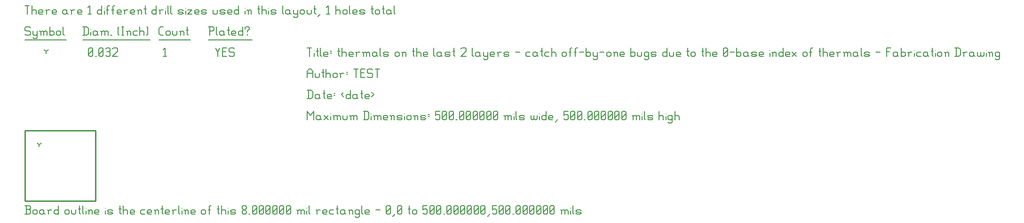
<source format=gbr>
G04 start of page 7 for group -1 layer_idx 16777221 *
G04 Title: thermals on the last 2 layers - catch off-by-one bugs due to the 0-base index of thermals, <virtual group> *
G04 Creator: <version>
G04 CreationDate: <date>
G04 For: TEST *
G04 Format: Gerber/RS-274X *
G04 PCB-Dimensions: 50000 50000 *
G04 PCB-Coordinate-Origin: lower left *
%MOIN*%
%FSLAX25Y25*%
%LNFAB*%
%ADD25C,0.0100*%
%ADD24C,0.0075*%
%ADD23C,0.0060*%
%ADD22C,0.0080*%
G54D22*X10000Y40000D02*Y38400D01*
Y40000D02*X11387Y40800D01*
X10000Y40000D02*X8613Y40800D01*
X15000Y106250D02*Y104650D01*
Y106250D02*X16387Y107050D01*
X15000Y106250D02*X13613Y107050D01*
G54D23*X135000Y108500D02*X136500Y105500D01*
X138000Y108500D01*
X136500Y105500D02*Y102500D01*
X139800Y105800D02*X142050D01*
X139800Y102500D02*X142800D01*
X139800Y108500D02*Y102500D01*
Y108500D02*X142800D01*
X147600D02*X148350Y107750D01*
X145350Y108500D02*X147600D01*
X144600Y107750D02*X145350Y108500D01*
X144600Y107750D02*Y106250D01*
X145350Y105500D01*
X147600D01*
X148350Y104750D01*
Y103250D01*
X147600Y102500D02*X148350Y103250D01*
X145350Y102500D02*X147600D01*
X144600Y103250D02*X145350Y102500D01*
X98000Y107300D02*X99200Y108500D01*
Y102500D01*
X98000D02*X100250D01*
X45000Y103250D02*X45750Y102500D01*
X45000Y107750D02*Y103250D01*
Y107750D02*X45750Y108500D01*
X47250D01*
X48000Y107750D01*
Y103250D01*
X47250Y102500D02*X48000Y103250D01*
X45750Y102500D02*X47250D01*
X45000Y104000D02*X48000Y107000D01*
X49800Y102500D02*X50550D01*
X52350Y103250D02*X53100Y102500D01*
X52350Y107750D02*Y103250D01*
Y107750D02*X53100Y108500D01*
X54600D01*
X55350Y107750D01*
Y103250D01*
X54600Y102500D02*X55350Y103250D01*
X53100Y102500D02*X54600D01*
X52350Y104000D02*X55350Y107000D01*
X57150Y107750D02*X57900Y108500D01*
X59400D01*
X60150Y107750D01*
X59400Y102500D02*X60150Y103250D01*
X57900Y102500D02*X59400D01*
X57150Y103250D02*X57900Y102500D01*
Y105800D02*X59400D01*
X60150Y107750D02*Y106550D01*
Y105050D02*Y103250D01*
Y105050D02*X59400Y105800D01*
X60150Y106550D02*X59400Y105800D01*
X61950Y107750D02*X62700Y108500D01*
X64950D01*
X65700Y107750D01*
Y106250D01*
X61950Y102500D02*X65700Y106250D01*
X61950Y102500D02*X65700D01*
X3000Y123500D02*X3750Y122750D01*
X750Y123500D02*X3000D01*
X0Y122750D02*X750Y123500D01*
X0Y122750D02*Y121250D01*
X750Y120500D01*
X3000D01*
X3750Y119750D01*
Y118250D01*
X3000Y117500D02*X3750Y118250D01*
X750Y117500D02*X3000D01*
X0Y118250D02*X750Y117500D01*
X5550Y120500D02*Y118250D01*
X6300Y117500D01*
X8550Y120500D02*Y116000D01*
X7800Y115250D02*X8550Y116000D01*
X6300Y115250D02*X7800D01*
X5550Y116000D02*X6300Y115250D01*
Y117500D02*X7800D01*
X8550Y118250D01*
X11100Y119750D02*Y117500D01*
Y119750D02*X11850Y120500D01*
X12600D01*
X13350Y119750D01*
Y117500D01*
Y119750D02*X14100Y120500D01*
X14850D01*
X15600Y119750D01*
Y117500D01*
X10350Y120500D02*X11100Y119750D01*
X17400Y123500D02*Y117500D01*
Y118250D02*X18150Y117500D01*
X19650D01*
X20400Y118250D01*
Y119750D02*Y118250D01*
X19650Y120500D02*X20400Y119750D01*
X18150Y120500D02*X19650D01*
X17400Y119750D02*X18150Y120500D01*
X22200Y119750D02*Y118250D01*
Y119750D02*X22950Y120500D01*
X24450D01*
X25200Y119750D01*
Y118250D01*
X24450Y117500D02*X25200Y118250D01*
X22950Y117500D02*X24450D01*
X22200Y118250D02*X22950Y117500D01*
X27000Y123500D02*Y118250D01*
X27750Y117500D01*
X0Y114250D02*X29250D01*
X41750Y123500D02*Y117500D01*
X43700Y123500D02*X44750Y122450D01*
Y118550D01*
X43700Y117500D02*X44750Y118550D01*
X41000Y117500D02*X43700D01*
X41000Y123500D02*X43700D01*
G54D24*X46550Y122000D02*Y121850D01*
G54D23*Y119750D02*Y117500D01*
X50300Y120500D02*X51050Y119750D01*
X48800Y120500D02*X50300D01*
X48050Y119750D02*X48800Y120500D01*
X48050Y119750D02*Y118250D01*
X48800Y117500D01*
X51050Y120500D02*Y118250D01*
X51800Y117500D01*
X48800D02*X50300D01*
X51050Y118250D01*
X54350Y119750D02*Y117500D01*
Y119750D02*X55100Y120500D01*
X55850D01*
X56600Y119750D01*
Y117500D01*
Y119750D02*X57350Y120500D01*
X58100D01*
X58850Y119750D01*
Y117500D01*
X53600Y120500D02*X54350Y119750D01*
X60650Y117500D02*X61400D01*
X65900Y118250D02*X66650Y117500D01*
X65900Y122750D02*X66650Y123500D01*
X65900Y122750D02*Y118250D01*
X68450Y123500D02*X69950D01*
X69200D02*Y117500D01*
X68450D02*X69950D01*
X72500Y119750D02*Y117500D01*
Y119750D02*X73250Y120500D01*
X74000D01*
X74750Y119750D01*
Y117500D01*
X71750Y120500D02*X72500Y119750D01*
X77300Y120500D02*X79550D01*
X76550Y119750D02*X77300Y120500D01*
X76550Y119750D02*Y118250D01*
X77300Y117500D01*
X79550D01*
X81350Y123500D02*Y117500D01*
Y119750D02*X82100Y120500D01*
X83600D01*
X84350Y119750D01*
Y117500D01*
X86150Y123500D02*X86900Y122750D01*
Y118250D01*
X86150Y117500D02*X86900Y118250D01*
X41000Y114250D02*X88700D01*
X96050Y117500D02*X98000D01*
X95000Y118550D02*X96050Y117500D01*
X95000Y122450D02*Y118550D01*
Y122450D02*X96050Y123500D01*
X98000D01*
X99800Y119750D02*Y118250D01*
Y119750D02*X100550Y120500D01*
X102050D01*
X102800Y119750D01*
Y118250D01*
X102050Y117500D02*X102800Y118250D01*
X100550Y117500D02*X102050D01*
X99800Y118250D02*X100550Y117500D01*
X104600Y120500D02*Y118250D01*
X105350Y117500D01*
X106850D01*
X107600Y118250D01*
Y120500D02*Y118250D01*
X110150Y119750D02*Y117500D01*
Y119750D02*X110900Y120500D01*
X111650D01*
X112400Y119750D01*
Y117500D01*
X109400Y120500D02*X110150Y119750D01*
X114950Y123500D02*Y118250D01*
X115700Y117500D01*
X114200Y121250D02*X115700D01*
X95000Y114250D02*X117200D01*
X130750Y123500D02*Y117500D01*
X130000Y123500D02*X133000D01*
X133750Y122750D01*
Y121250D01*
X133000Y120500D02*X133750Y121250D01*
X130750Y120500D02*X133000D01*
X135550Y123500D02*Y118250D01*
X136300Y117500D01*
X140050Y120500D02*X140800Y119750D01*
X138550Y120500D02*X140050D01*
X137800Y119750D02*X138550Y120500D01*
X137800Y119750D02*Y118250D01*
X138550Y117500D01*
X140800Y120500D02*Y118250D01*
X141550Y117500D01*
X138550D02*X140050D01*
X140800Y118250D01*
X144100Y123500D02*Y118250D01*
X144850Y117500D01*
X143350Y121250D02*X144850D01*
X147100Y117500D02*X149350D01*
X146350Y118250D02*X147100Y117500D01*
X146350Y119750D02*Y118250D01*
Y119750D02*X147100Y120500D01*
X148600D01*
X149350Y119750D01*
X146350Y119000D02*X149350D01*
Y119750D02*Y119000D01*
X154150Y123500D02*Y117500D01*
X153400D02*X154150Y118250D01*
X151900Y117500D02*X153400D01*
X151150Y118250D02*X151900Y117500D01*
X151150Y119750D02*Y118250D01*
Y119750D02*X151900Y120500D01*
X153400D01*
X154150Y119750D01*
X157450Y120500D02*Y119750D01*
Y118250D02*Y117500D01*
X155950Y122750D02*Y122000D01*
Y122750D02*X156700Y123500D01*
X158200D01*
X158950Y122750D01*
Y122000D01*
X157450Y120500D02*X158950Y122000D01*
X130000Y114250D02*X160750D01*
X0Y138500D02*X3000D01*
X1500D02*Y132500D01*
X4800Y138500D02*Y132500D01*
Y134750D02*X5550Y135500D01*
X7050D01*
X7800Y134750D01*
Y132500D01*
X10350D02*X12600D01*
X9600Y133250D02*X10350Y132500D01*
X9600Y134750D02*Y133250D01*
Y134750D02*X10350Y135500D01*
X11850D01*
X12600Y134750D01*
X9600Y134000D02*X12600D01*
Y134750D02*Y134000D01*
X15150Y134750D02*Y132500D01*
Y134750D02*X15900Y135500D01*
X17400D01*
X14400D02*X15150Y134750D01*
X19950Y132500D02*X22200D01*
X19200Y133250D02*X19950Y132500D01*
X19200Y134750D02*Y133250D01*
Y134750D02*X19950Y135500D01*
X21450D01*
X22200Y134750D01*
X19200Y134000D02*X22200D01*
Y134750D02*Y134000D01*
X28950Y135500D02*X29700Y134750D01*
X27450Y135500D02*X28950D01*
X26700Y134750D02*X27450Y135500D01*
X26700Y134750D02*Y133250D01*
X27450Y132500D01*
X29700Y135500D02*Y133250D01*
X30450Y132500D01*
X27450D02*X28950D01*
X29700Y133250D01*
X33000Y134750D02*Y132500D01*
Y134750D02*X33750Y135500D01*
X35250D01*
X32250D02*X33000Y134750D01*
X37800Y132500D02*X40050D01*
X37050Y133250D02*X37800Y132500D01*
X37050Y134750D02*Y133250D01*
Y134750D02*X37800Y135500D01*
X39300D01*
X40050Y134750D01*
X37050Y134000D02*X40050D01*
Y134750D02*Y134000D01*
X44550Y137300D02*X45750Y138500D01*
Y132500D01*
X44550D02*X46800D01*
X54300Y138500D02*Y132500D01*
X53550D02*X54300Y133250D01*
X52050Y132500D02*X53550D01*
X51300Y133250D02*X52050Y132500D01*
X51300Y134750D02*Y133250D01*
Y134750D02*X52050Y135500D01*
X53550D01*
X54300Y134750D01*
G54D24*X56100Y137000D02*Y136850D01*
G54D23*Y134750D02*Y132500D01*
X58350Y137750D02*Y132500D01*
Y137750D02*X59100Y138500D01*
X59850D01*
X57600Y135500D02*X59100D01*
X62100Y137750D02*Y132500D01*
Y137750D02*X62850Y138500D01*
X63600D01*
X61350Y135500D02*X62850D01*
X65850Y132500D02*X68100D01*
X65100Y133250D02*X65850Y132500D01*
X65100Y134750D02*Y133250D01*
Y134750D02*X65850Y135500D01*
X67350D01*
X68100Y134750D01*
X65100Y134000D02*X68100D01*
Y134750D02*Y134000D01*
X70650Y134750D02*Y132500D01*
Y134750D02*X71400Y135500D01*
X72900D01*
X69900D02*X70650Y134750D01*
X75450Y132500D02*X77700D01*
X74700Y133250D02*X75450Y132500D01*
X74700Y134750D02*Y133250D01*
Y134750D02*X75450Y135500D01*
X76950D01*
X77700Y134750D01*
X74700Y134000D02*X77700D01*
Y134750D02*Y134000D01*
X80250Y134750D02*Y132500D01*
Y134750D02*X81000Y135500D01*
X81750D01*
X82500Y134750D01*
Y132500D01*
X79500Y135500D02*X80250Y134750D01*
X85050Y138500D02*Y133250D01*
X85800Y132500D01*
X84300Y136250D02*X85800D01*
X93000Y138500D02*Y132500D01*
X92250D02*X93000Y133250D01*
X90750Y132500D02*X92250D01*
X90000Y133250D02*X90750Y132500D01*
X90000Y134750D02*Y133250D01*
Y134750D02*X90750Y135500D01*
X92250D01*
X93000Y134750D01*
X95550D02*Y132500D01*
Y134750D02*X96300Y135500D01*
X97800D01*
X94800D02*X95550Y134750D01*
G54D24*X99600Y137000D02*Y136850D01*
G54D23*Y134750D02*Y132500D01*
X101100Y138500D02*Y133250D01*
X101850Y132500D01*
X103350Y138500D02*Y133250D01*
X104100Y132500D01*
X109050D02*X111300D01*
X112050Y133250D01*
X111300Y134000D02*X112050Y133250D01*
X109050Y134000D02*X111300D01*
X108300Y134750D02*X109050Y134000D01*
X108300Y134750D02*X109050Y135500D01*
X111300D01*
X112050Y134750D01*
X108300Y133250D02*X109050Y132500D01*
G54D24*X113850Y137000D02*Y136850D01*
G54D23*Y134750D02*Y132500D01*
X115350Y135500D02*X118350D01*
X115350Y132500D02*X118350Y135500D01*
X115350Y132500D02*X118350D01*
X120900D02*X123150D01*
X120150Y133250D02*X120900Y132500D01*
X120150Y134750D02*Y133250D01*
Y134750D02*X120900Y135500D01*
X122400D01*
X123150Y134750D01*
X120150Y134000D02*X123150D01*
Y134750D02*Y134000D01*
X125700Y132500D02*X127950D01*
X128700Y133250D01*
X127950Y134000D02*X128700Y133250D01*
X125700Y134000D02*X127950D01*
X124950Y134750D02*X125700Y134000D01*
X124950Y134750D02*X125700Y135500D01*
X127950D01*
X128700Y134750D01*
X124950Y133250D02*X125700Y132500D01*
X133200Y135500D02*Y133250D01*
X133950Y132500D01*
X135450D01*
X136200Y133250D01*
Y135500D02*Y133250D01*
X138750Y132500D02*X141000D01*
X141750Y133250D01*
X141000Y134000D02*X141750Y133250D01*
X138750Y134000D02*X141000D01*
X138000Y134750D02*X138750Y134000D01*
X138000Y134750D02*X138750Y135500D01*
X141000D01*
X141750Y134750D01*
X138000Y133250D02*X138750Y132500D01*
X144300D02*X146550D01*
X143550Y133250D02*X144300Y132500D01*
X143550Y134750D02*Y133250D01*
Y134750D02*X144300Y135500D01*
X145800D01*
X146550Y134750D01*
X143550Y134000D02*X146550D01*
Y134750D02*Y134000D01*
X151350Y138500D02*Y132500D01*
X150600D02*X151350Y133250D01*
X149100Y132500D02*X150600D01*
X148350Y133250D02*X149100Y132500D01*
X148350Y134750D02*Y133250D01*
Y134750D02*X149100Y135500D01*
X150600D01*
X151350Y134750D01*
G54D24*X155850Y137000D02*Y136850D01*
G54D23*Y134750D02*Y132500D01*
X158100Y134750D02*Y132500D01*
Y134750D02*X158850Y135500D01*
X159600D01*
X160350Y134750D01*
Y132500D01*
X157350Y135500D02*X158100Y134750D01*
X165600Y138500D02*Y133250D01*
X166350Y132500D01*
X164850Y136250D02*X166350D01*
X167850Y138500D02*Y132500D01*
Y134750D02*X168600Y135500D01*
X170100D01*
X170850Y134750D01*
Y132500D01*
G54D24*X172650Y137000D02*Y136850D01*
G54D23*Y134750D02*Y132500D01*
X174900D02*X177150D01*
X177900Y133250D01*
X177150Y134000D02*X177900Y133250D01*
X174900Y134000D02*X177150D01*
X174150Y134750D02*X174900Y134000D01*
X174150Y134750D02*X174900Y135500D01*
X177150D01*
X177900Y134750D01*
X174150Y133250D02*X174900Y132500D01*
X182400Y138500D02*Y133250D01*
X183150Y132500D01*
X186900Y135500D02*X187650Y134750D01*
X185400Y135500D02*X186900D01*
X184650Y134750D02*X185400Y135500D01*
X184650Y134750D02*Y133250D01*
X185400Y132500D01*
X187650Y135500D02*Y133250D01*
X188400Y132500D01*
X185400D02*X186900D01*
X187650Y133250D01*
X190200Y135500D02*Y133250D01*
X190950Y132500D01*
X193200Y135500D02*Y131000D01*
X192450Y130250D02*X193200Y131000D01*
X190950Y130250D02*X192450D01*
X190200Y131000D02*X190950Y130250D01*
Y132500D02*X192450D01*
X193200Y133250D01*
X195000Y134750D02*Y133250D01*
Y134750D02*X195750Y135500D01*
X197250D01*
X198000Y134750D01*
Y133250D01*
X197250Y132500D02*X198000Y133250D01*
X195750Y132500D02*X197250D01*
X195000Y133250D02*X195750Y132500D01*
X199800Y135500D02*Y133250D01*
X200550Y132500D01*
X202050D01*
X202800Y133250D01*
Y135500D02*Y133250D01*
X205350Y138500D02*Y133250D01*
X206100Y132500D01*
X204600Y136250D02*X206100D01*
X207600Y131000D02*X209100Y132500D01*
X213600Y137300D02*X214800Y138500D01*
Y132500D01*
X213600D02*X215850D01*
X220350Y138500D02*Y132500D01*
Y134750D02*X221100Y135500D01*
X222600D01*
X223350Y134750D01*
Y132500D01*
X225150Y134750D02*Y133250D01*
Y134750D02*X225900Y135500D01*
X227400D01*
X228150Y134750D01*
Y133250D01*
X227400Y132500D02*X228150Y133250D01*
X225900Y132500D02*X227400D01*
X225150Y133250D02*X225900Y132500D01*
X229950Y138500D02*Y133250D01*
X230700Y132500D01*
X232950D02*X235200D01*
X232200Y133250D02*X232950Y132500D01*
X232200Y134750D02*Y133250D01*
Y134750D02*X232950Y135500D01*
X234450D01*
X235200Y134750D01*
X232200Y134000D02*X235200D01*
Y134750D02*Y134000D01*
X237750Y132500D02*X240000D01*
X240750Y133250D01*
X240000Y134000D02*X240750Y133250D01*
X237750Y134000D02*X240000D01*
X237000Y134750D02*X237750Y134000D01*
X237000Y134750D02*X237750Y135500D01*
X240000D01*
X240750Y134750D01*
X237000Y133250D02*X237750Y132500D01*
X246000Y138500D02*Y133250D01*
X246750Y132500D01*
X245250Y136250D02*X246750D01*
X248250Y134750D02*Y133250D01*
Y134750D02*X249000Y135500D01*
X250500D01*
X251250Y134750D01*
Y133250D01*
X250500Y132500D02*X251250Y133250D01*
X249000Y132500D02*X250500D01*
X248250Y133250D02*X249000Y132500D01*
X253800Y138500D02*Y133250D01*
X254550Y132500D01*
X253050Y136250D02*X254550D01*
X258300Y135500D02*X259050Y134750D01*
X256800Y135500D02*X258300D01*
X256050Y134750D02*X256800Y135500D01*
X256050Y134750D02*Y133250D01*
X256800Y132500D01*
X259050Y135500D02*Y133250D01*
X259800Y132500D01*
X256800D02*X258300D01*
X259050Y133250D01*
X261600Y138500D02*Y133250D01*
X262350Y132500D01*
G54D25*X0Y50000D02*X50000D01*
X0D02*Y0D01*
X50000Y50000D02*Y0D01*
X0D02*X50000D01*
G54D23*X200000Y63500D02*Y57500D01*
Y63500D02*X202250Y60500D01*
X204500Y63500D01*
Y57500D01*
X208550Y60500D02*X209300Y59750D01*
X207050Y60500D02*X208550D01*
X206300Y59750D02*X207050Y60500D01*
X206300Y59750D02*Y58250D01*
X207050Y57500D01*
X209300Y60500D02*Y58250D01*
X210050Y57500D01*
X207050D02*X208550D01*
X209300Y58250D01*
X211850Y60500D02*X214850Y57500D01*
X211850D02*X214850Y60500D01*
G54D24*X216650Y62000D02*Y61850D01*
G54D23*Y59750D02*Y57500D01*
X218900Y59750D02*Y57500D01*
Y59750D02*X219650Y60500D01*
X220400D01*
X221150Y59750D01*
Y57500D01*
Y59750D02*X221900Y60500D01*
X222650D01*
X223400Y59750D01*
Y57500D01*
X218150Y60500D02*X218900Y59750D01*
X225200Y60500D02*Y58250D01*
X225950Y57500D01*
X227450D01*
X228200Y58250D01*
Y60500D02*Y58250D01*
X230750Y59750D02*Y57500D01*
Y59750D02*X231500Y60500D01*
X232250D01*
X233000Y59750D01*
Y57500D01*
Y59750D02*X233750Y60500D01*
X234500D01*
X235250Y59750D01*
Y57500D01*
X230000Y60500D02*X230750Y59750D01*
X240500Y63500D02*Y57500D01*
X242450Y63500D02*X243500Y62450D01*
Y58550D01*
X242450Y57500D02*X243500Y58550D01*
X239750Y57500D02*X242450D01*
X239750Y63500D02*X242450D01*
G54D24*X245300Y62000D02*Y61850D01*
G54D23*Y59750D02*Y57500D01*
X247550Y59750D02*Y57500D01*
Y59750D02*X248300Y60500D01*
X249050D01*
X249800Y59750D01*
Y57500D01*
Y59750D02*X250550Y60500D01*
X251300D01*
X252050Y59750D01*
Y57500D01*
X246800Y60500D02*X247550Y59750D01*
X254600Y57500D02*X256850D01*
X253850Y58250D02*X254600Y57500D01*
X253850Y59750D02*Y58250D01*
Y59750D02*X254600Y60500D01*
X256100D01*
X256850Y59750D01*
X253850Y59000D02*X256850D01*
Y59750D02*Y59000D01*
X259400Y59750D02*Y57500D01*
Y59750D02*X260150Y60500D01*
X260900D01*
X261650Y59750D01*
Y57500D01*
X258650Y60500D02*X259400Y59750D01*
X264200Y57500D02*X266450D01*
X267200Y58250D01*
X266450Y59000D02*X267200Y58250D01*
X264200Y59000D02*X266450D01*
X263450Y59750D02*X264200Y59000D01*
X263450Y59750D02*X264200Y60500D01*
X266450D01*
X267200Y59750D01*
X263450Y58250D02*X264200Y57500D01*
G54D24*X269000Y62000D02*Y61850D01*
G54D23*Y59750D02*Y57500D01*
X270500Y59750D02*Y58250D01*
Y59750D02*X271250Y60500D01*
X272750D01*
X273500Y59750D01*
Y58250D01*
X272750Y57500D02*X273500Y58250D01*
X271250Y57500D02*X272750D01*
X270500Y58250D02*X271250Y57500D01*
X276050Y59750D02*Y57500D01*
Y59750D02*X276800Y60500D01*
X277550D01*
X278300Y59750D01*
Y57500D01*
X275300Y60500D02*X276050Y59750D01*
X280850Y57500D02*X283100D01*
X283850Y58250D01*
X283100Y59000D02*X283850Y58250D01*
X280850Y59000D02*X283100D01*
X280100Y59750D02*X280850Y59000D01*
X280100Y59750D02*X280850Y60500D01*
X283100D01*
X283850Y59750D01*
X280100Y58250D02*X280850Y57500D01*
X285650Y61250D02*X286400D01*
X285650Y59750D02*X286400D01*
X290900Y63500D02*X293900D01*
X290900D02*Y60500D01*
X291650Y61250D01*
X293150D01*
X293900Y60500D01*
Y58250D01*
X293150Y57500D02*X293900Y58250D01*
X291650Y57500D02*X293150D01*
X290900Y58250D02*X291650Y57500D01*
X295700Y58250D02*X296450Y57500D01*
X295700Y62750D02*Y58250D01*
Y62750D02*X296450Y63500D01*
X297950D01*
X298700Y62750D01*
Y58250D01*
X297950Y57500D02*X298700Y58250D01*
X296450Y57500D02*X297950D01*
X295700Y59000D02*X298700Y62000D01*
X300500Y58250D02*X301250Y57500D01*
X300500Y62750D02*Y58250D01*
Y62750D02*X301250Y63500D01*
X302750D01*
X303500Y62750D01*
Y58250D01*
X302750Y57500D02*X303500Y58250D01*
X301250Y57500D02*X302750D01*
X300500Y59000D02*X303500Y62000D01*
X305300Y57500D02*X306050D01*
X307850Y58250D02*X308600Y57500D01*
X307850Y62750D02*Y58250D01*
Y62750D02*X308600Y63500D01*
X310100D01*
X310850Y62750D01*
Y58250D01*
X310100Y57500D02*X310850Y58250D01*
X308600Y57500D02*X310100D01*
X307850Y59000D02*X310850Y62000D01*
X312650Y58250D02*X313400Y57500D01*
X312650Y62750D02*Y58250D01*
Y62750D02*X313400Y63500D01*
X314900D01*
X315650Y62750D01*
Y58250D01*
X314900Y57500D02*X315650Y58250D01*
X313400Y57500D02*X314900D01*
X312650Y59000D02*X315650Y62000D01*
X317450Y58250D02*X318200Y57500D01*
X317450Y62750D02*Y58250D01*
Y62750D02*X318200Y63500D01*
X319700D01*
X320450Y62750D01*
Y58250D01*
X319700Y57500D02*X320450Y58250D01*
X318200Y57500D02*X319700D01*
X317450Y59000D02*X320450Y62000D01*
X322250Y58250D02*X323000Y57500D01*
X322250Y62750D02*Y58250D01*
Y62750D02*X323000Y63500D01*
X324500D01*
X325250Y62750D01*
Y58250D01*
X324500Y57500D02*X325250Y58250D01*
X323000Y57500D02*X324500D01*
X322250Y59000D02*X325250Y62000D01*
X327050Y58250D02*X327800Y57500D01*
X327050Y62750D02*Y58250D01*
Y62750D02*X327800Y63500D01*
X329300D01*
X330050Y62750D01*
Y58250D01*
X329300Y57500D02*X330050Y58250D01*
X327800Y57500D02*X329300D01*
X327050Y59000D02*X330050Y62000D01*
X331850Y58250D02*X332600Y57500D01*
X331850Y62750D02*Y58250D01*
Y62750D02*X332600Y63500D01*
X334100D01*
X334850Y62750D01*
Y58250D01*
X334100Y57500D02*X334850Y58250D01*
X332600Y57500D02*X334100D01*
X331850Y59000D02*X334850Y62000D01*
X340100Y59750D02*Y57500D01*
Y59750D02*X340850Y60500D01*
X341600D01*
X342350Y59750D01*
Y57500D01*
Y59750D02*X343100Y60500D01*
X343850D01*
X344600Y59750D01*
Y57500D01*
X339350Y60500D02*X340100Y59750D01*
G54D24*X346400Y62000D02*Y61850D01*
G54D23*Y59750D02*Y57500D01*
X347900Y63500D02*Y58250D01*
X348650Y57500D01*
X350900D02*X353150D01*
X353900Y58250D01*
X353150Y59000D02*X353900Y58250D01*
X350900Y59000D02*X353150D01*
X350150Y59750D02*X350900Y59000D01*
X350150Y59750D02*X350900Y60500D01*
X353150D01*
X353900Y59750D01*
X350150Y58250D02*X350900Y57500D01*
X358400Y60500D02*Y58250D01*
X359150Y57500D01*
X359900D01*
X360650Y58250D01*
Y60500D02*Y58250D01*
X361400Y57500D01*
X362150D01*
X362900Y58250D01*
Y60500D02*Y58250D01*
G54D24*X364700Y62000D02*Y61850D01*
G54D23*Y59750D02*Y57500D01*
X369200Y63500D02*Y57500D01*
X368450D02*X369200Y58250D01*
X366950Y57500D02*X368450D01*
X366200Y58250D02*X366950Y57500D01*
X366200Y59750D02*Y58250D01*
Y59750D02*X366950Y60500D01*
X368450D01*
X369200Y59750D01*
X371750Y57500D02*X374000D01*
X371000Y58250D02*X371750Y57500D01*
X371000Y59750D02*Y58250D01*
Y59750D02*X371750Y60500D01*
X373250D01*
X374000Y59750D01*
X371000Y59000D02*X374000D01*
Y59750D02*Y59000D01*
X375800Y56000D02*X377300Y57500D01*
X381800Y63500D02*X384800D01*
X381800D02*Y60500D01*
X382550Y61250D01*
X384050D01*
X384800Y60500D01*
Y58250D01*
X384050Y57500D02*X384800Y58250D01*
X382550Y57500D02*X384050D01*
X381800Y58250D02*X382550Y57500D01*
X386600Y58250D02*X387350Y57500D01*
X386600Y62750D02*Y58250D01*
Y62750D02*X387350Y63500D01*
X388850D01*
X389600Y62750D01*
Y58250D01*
X388850Y57500D02*X389600Y58250D01*
X387350Y57500D02*X388850D01*
X386600Y59000D02*X389600Y62000D01*
X391400Y58250D02*X392150Y57500D01*
X391400Y62750D02*Y58250D01*
Y62750D02*X392150Y63500D01*
X393650D01*
X394400Y62750D01*
Y58250D01*
X393650Y57500D02*X394400Y58250D01*
X392150Y57500D02*X393650D01*
X391400Y59000D02*X394400Y62000D01*
X396200Y57500D02*X396950D01*
X398750Y58250D02*X399500Y57500D01*
X398750Y62750D02*Y58250D01*
Y62750D02*X399500Y63500D01*
X401000D01*
X401750Y62750D01*
Y58250D01*
X401000Y57500D02*X401750Y58250D01*
X399500Y57500D02*X401000D01*
X398750Y59000D02*X401750Y62000D01*
X403550Y58250D02*X404300Y57500D01*
X403550Y62750D02*Y58250D01*
Y62750D02*X404300Y63500D01*
X405800D01*
X406550Y62750D01*
Y58250D01*
X405800Y57500D02*X406550Y58250D01*
X404300Y57500D02*X405800D01*
X403550Y59000D02*X406550Y62000D01*
X408350Y58250D02*X409100Y57500D01*
X408350Y62750D02*Y58250D01*
Y62750D02*X409100Y63500D01*
X410600D01*
X411350Y62750D01*
Y58250D01*
X410600Y57500D02*X411350Y58250D01*
X409100Y57500D02*X410600D01*
X408350Y59000D02*X411350Y62000D01*
X413150Y58250D02*X413900Y57500D01*
X413150Y62750D02*Y58250D01*
Y62750D02*X413900Y63500D01*
X415400D01*
X416150Y62750D01*
Y58250D01*
X415400Y57500D02*X416150Y58250D01*
X413900Y57500D02*X415400D01*
X413150Y59000D02*X416150Y62000D01*
X417950Y58250D02*X418700Y57500D01*
X417950Y62750D02*Y58250D01*
Y62750D02*X418700Y63500D01*
X420200D01*
X420950Y62750D01*
Y58250D01*
X420200Y57500D02*X420950Y58250D01*
X418700Y57500D02*X420200D01*
X417950Y59000D02*X420950Y62000D01*
X422750Y58250D02*X423500Y57500D01*
X422750Y62750D02*Y58250D01*
Y62750D02*X423500Y63500D01*
X425000D01*
X425750Y62750D01*
Y58250D01*
X425000Y57500D02*X425750Y58250D01*
X423500Y57500D02*X425000D01*
X422750Y59000D02*X425750Y62000D01*
X431000Y59750D02*Y57500D01*
Y59750D02*X431750Y60500D01*
X432500D01*
X433250Y59750D01*
Y57500D01*
Y59750D02*X434000Y60500D01*
X434750D01*
X435500Y59750D01*
Y57500D01*
X430250Y60500D02*X431000Y59750D01*
G54D24*X437300Y62000D02*Y61850D01*
G54D23*Y59750D02*Y57500D01*
X438800Y63500D02*Y58250D01*
X439550Y57500D01*
X441800D02*X444050D01*
X444800Y58250D01*
X444050Y59000D02*X444800Y58250D01*
X441800Y59000D02*X444050D01*
X441050Y59750D02*X441800Y59000D01*
X441050Y59750D02*X441800Y60500D01*
X444050D01*
X444800Y59750D01*
X441050Y58250D02*X441800Y57500D01*
X449300Y63500D02*Y57500D01*
Y59750D02*X450050Y60500D01*
X451550D01*
X452300Y59750D01*
Y57500D01*
G54D24*X454100Y62000D02*Y61850D01*
G54D23*Y59750D02*Y57500D01*
X457850Y60500D02*X458600Y59750D01*
X456350Y60500D02*X457850D01*
X455600Y59750D02*X456350Y60500D01*
X455600Y59750D02*Y58250D01*
X456350Y57500D01*
X457850D01*
X458600Y58250D01*
X455600Y56000D02*X456350Y55250D01*
X457850D01*
X458600Y56000D01*
Y60500D02*Y56000D01*
X460400Y63500D02*Y57500D01*
Y59750D02*X461150Y60500D01*
X462650D01*
X463400Y59750D01*
Y57500D01*
X0Y-9500D02*X3000D01*
X3750Y-8750D01*
Y-6950D02*Y-8750D01*
X3000Y-6200D02*X3750Y-6950D01*
X750Y-6200D02*X3000D01*
X750Y-3500D02*Y-9500D01*
X0Y-3500D02*X3000D01*
X3750Y-4250D01*
Y-5450D01*
X3000Y-6200D02*X3750Y-5450D01*
X5550Y-7250D02*Y-8750D01*
Y-7250D02*X6300Y-6500D01*
X7800D01*
X8550Y-7250D01*
Y-8750D01*
X7800Y-9500D02*X8550Y-8750D01*
X6300Y-9500D02*X7800D01*
X5550Y-8750D02*X6300Y-9500D01*
X12600Y-6500D02*X13350Y-7250D01*
X11100Y-6500D02*X12600D01*
X10350Y-7250D02*X11100Y-6500D01*
X10350Y-7250D02*Y-8750D01*
X11100Y-9500D01*
X13350Y-6500D02*Y-8750D01*
X14100Y-9500D01*
X11100D02*X12600D01*
X13350Y-8750D01*
X16650Y-7250D02*Y-9500D01*
Y-7250D02*X17400Y-6500D01*
X18900D01*
X15900D02*X16650Y-7250D01*
X23700Y-3500D02*Y-9500D01*
X22950D02*X23700Y-8750D01*
X21450Y-9500D02*X22950D01*
X20700Y-8750D02*X21450Y-9500D01*
X20700Y-7250D02*Y-8750D01*
Y-7250D02*X21450Y-6500D01*
X22950D01*
X23700Y-7250D01*
X28200D02*Y-8750D01*
Y-7250D02*X28950Y-6500D01*
X30450D01*
X31200Y-7250D01*
Y-8750D01*
X30450Y-9500D02*X31200Y-8750D01*
X28950Y-9500D02*X30450D01*
X28200Y-8750D02*X28950Y-9500D01*
X33000Y-6500D02*Y-8750D01*
X33750Y-9500D01*
X35250D01*
X36000Y-8750D01*
Y-6500D02*Y-8750D01*
X38550Y-3500D02*Y-8750D01*
X39300Y-9500D01*
X37800Y-5750D02*X39300D01*
X40800Y-3500D02*Y-8750D01*
X41550Y-9500D01*
G54D24*X43050Y-5000D02*Y-5150D01*
G54D23*Y-7250D02*Y-9500D01*
X45300Y-7250D02*Y-9500D01*
Y-7250D02*X46050Y-6500D01*
X46800D01*
X47550Y-7250D01*
Y-9500D01*
X44550Y-6500D02*X45300Y-7250D01*
X50100Y-9500D02*X52350D01*
X49350Y-8750D02*X50100Y-9500D01*
X49350Y-7250D02*Y-8750D01*
Y-7250D02*X50100Y-6500D01*
X51600D01*
X52350Y-7250D01*
X49350Y-8000D02*X52350D01*
Y-7250D02*Y-8000D01*
G54D24*X56850Y-5000D02*Y-5150D01*
G54D23*Y-7250D02*Y-9500D01*
X59100D02*X61350D01*
X62100Y-8750D01*
X61350Y-8000D02*X62100Y-8750D01*
X59100Y-8000D02*X61350D01*
X58350Y-7250D02*X59100Y-8000D01*
X58350Y-7250D02*X59100Y-6500D01*
X61350D01*
X62100Y-7250D01*
X58350Y-8750D02*X59100Y-9500D01*
X67350Y-3500D02*Y-8750D01*
X68100Y-9500D01*
X66600Y-5750D02*X68100D01*
X69600Y-3500D02*Y-9500D01*
Y-7250D02*X70350Y-6500D01*
X71850D01*
X72600Y-7250D01*
Y-9500D01*
X75150D02*X77400D01*
X74400Y-8750D02*X75150Y-9500D01*
X74400Y-7250D02*Y-8750D01*
Y-7250D02*X75150Y-6500D01*
X76650D01*
X77400Y-7250D01*
X74400Y-8000D02*X77400D01*
Y-7250D02*Y-8000D01*
X82650Y-6500D02*X84900D01*
X81900Y-7250D02*X82650Y-6500D01*
X81900Y-7250D02*Y-8750D01*
X82650Y-9500D01*
X84900D01*
X87450D02*X89700D01*
X86700Y-8750D02*X87450Y-9500D01*
X86700Y-7250D02*Y-8750D01*
Y-7250D02*X87450Y-6500D01*
X88950D01*
X89700Y-7250D01*
X86700Y-8000D02*X89700D01*
Y-7250D02*Y-8000D01*
X92250Y-7250D02*Y-9500D01*
Y-7250D02*X93000Y-6500D01*
X93750D01*
X94500Y-7250D01*
Y-9500D01*
X91500Y-6500D02*X92250Y-7250D01*
X97050Y-3500D02*Y-8750D01*
X97800Y-9500D01*
X96300Y-5750D02*X97800D01*
X100050Y-9500D02*X102300D01*
X99300Y-8750D02*X100050Y-9500D01*
X99300Y-7250D02*Y-8750D01*
Y-7250D02*X100050Y-6500D01*
X101550D01*
X102300Y-7250D01*
X99300Y-8000D02*X102300D01*
Y-7250D02*Y-8000D01*
X104850Y-7250D02*Y-9500D01*
Y-7250D02*X105600Y-6500D01*
X107100D01*
X104100D02*X104850Y-7250D01*
X108900Y-3500D02*Y-8750D01*
X109650Y-9500D01*
G54D24*X111150Y-5000D02*Y-5150D01*
G54D23*Y-7250D02*Y-9500D01*
X113400Y-7250D02*Y-9500D01*
Y-7250D02*X114150Y-6500D01*
X114900D01*
X115650Y-7250D01*
Y-9500D01*
X112650Y-6500D02*X113400Y-7250D01*
X118200Y-9500D02*X120450D01*
X117450Y-8750D02*X118200Y-9500D01*
X117450Y-7250D02*Y-8750D01*
Y-7250D02*X118200Y-6500D01*
X119700D01*
X120450Y-7250D01*
X117450Y-8000D02*X120450D01*
Y-7250D02*Y-8000D01*
X124950Y-7250D02*Y-8750D01*
Y-7250D02*X125700Y-6500D01*
X127200D01*
X127950Y-7250D01*
Y-8750D01*
X127200Y-9500D02*X127950Y-8750D01*
X125700Y-9500D02*X127200D01*
X124950Y-8750D02*X125700Y-9500D01*
X130500Y-4250D02*Y-9500D01*
Y-4250D02*X131250Y-3500D01*
X132000D01*
X129750Y-6500D02*X131250D01*
X136950Y-3500D02*Y-8750D01*
X137700Y-9500D01*
X136200Y-5750D02*X137700D01*
X139200Y-3500D02*Y-9500D01*
Y-7250D02*X139950Y-6500D01*
X141450D01*
X142200Y-7250D01*
Y-9500D01*
G54D24*X144000Y-5000D02*Y-5150D01*
G54D23*Y-7250D02*Y-9500D01*
X146250D02*X148500D01*
X149250Y-8750D01*
X148500Y-8000D02*X149250Y-8750D01*
X146250Y-8000D02*X148500D01*
X145500Y-7250D02*X146250Y-8000D01*
X145500Y-7250D02*X146250Y-6500D01*
X148500D01*
X149250Y-7250D01*
X145500Y-8750D02*X146250Y-9500D01*
X153750Y-8750D02*X154500Y-9500D01*
X153750Y-7550D02*Y-8750D01*
Y-7550D02*X154800Y-6500D01*
X155700D01*
X156750Y-7550D01*
Y-8750D01*
X156000Y-9500D02*X156750Y-8750D01*
X154500Y-9500D02*X156000D01*
X153750Y-5450D02*X154800Y-6500D01*
X153750Y-4250D02*Y-5450D01*
Y-4250D02*X154500Y-3500D01*
X156000D01*
X156750Y-4250D01*
Y-5450D01*
X155700Y-6500D02*X156750Y-5450D01*
X158550Y-9500D02*X159300D01*
X161100Y-8750D02*X161850Y-9500D01*
X161100Y-4250D02*Y-8750D01*
Y-4250D02*X161850Y-3500D01*
X163350D01*
X164100Y-4250D01*
Y-8750D01*
X163350Y-9500D02*X164100Y-8750D01*
X161850Y-9500D02*X163350D01*
X161100Y-8000D02*X164100Y-5000D01*
X165900Y-8750D02*X166650Y-9500D01*
X165900Y-4250D02*Y-8750D01*
Y-4250D02*X166650Y-3500D01*
X168150D01*
X168900Y-4250D01*
Y-8750D01*
X168150Y-9500D02*X168900Y-8750D01*
X166650Y-9500D02*X168150D01*
X165900Y-8000D02*X168900Y-5000D01*
X170700Y-8750D02*X171450Y-9500D01*
X170700Y-4250D02*Y-8750D01*
Y-4250D02*X171450Y-3500D01*
X172950D01*
X173700Y-4250D01*
Y-8750D01*
X172950Y-9500D02*X173700Y-8750D01*
X171450Y-9500D02*X172950D01*
X170700Y-8000D02*X173700Y-5000D01*
X175500Y-8750D02*X176250Y-9500D01*
X175500Y-4250D02*Y-8750D01*
Y-4250D02*X176250Y-3500D01*
X177750D01*
X178500Y-4250D01*
Y-8750D01*
X177750Y-9500D02*X178500Y-8750D01*
X176250Y-9500D02*X177750D01*
X175500Y-8000D02*X178500Y-5000D01*
X180300Y-8750D02*X181050Y-9500D01*
X180300Y-4250D02*Y-8750D01*
Y-4250D02*X181050Y-3500D01*
X182550D01*
X183300Y-4250D01*
Y-8750D01*
X182550Y-9500D02*X183300Y-8750D01*
X181050Y-9500D02*X182550D01*
X180300Y-8000D02*X183300Y-5000D01*
X185100Y-8750D02*X185850Y-9500D01*
X185100Y-4250D02*Y-8750D01*
Y-4250D02*X185850Y-3500D01*
X187350D01*
X188100Y-4250D01*
Y-8750D01*
X187350Y-9500D02*X188100Y-8750D01*
X185850Y-9500D02*X187350D01*
X185100Y-8000D02*X188100Y-5000D01*
X193350Y-7250D02*Y-9500D01*
Y-7250D02*X194100Y-6500D01*
X194850D01*
X195600Y-7250D01*
Y-9500D01*
Y-7250D02*X196350Y-6500D01*
X197100D01*
X197850Y-7250D01*
Y-9500D01*
X192600Y-6500D02*X193350Y-7250D01*
G54D24*X199650Y-5000D02*Y-5150D01*
G54D23*Y-7250D02*Y-9500D01*
X201150Y-3500D02*Y-8750D01*
X201900Y-9500D01*
X206850Y-7250D02*Y-9500D01*
Y-7250D02*X207600Y-6500D01*
X209100D01*
X206100D02*X206850Y-7250D01*
X211650Y-9500D02*X213900D01*
X210900Y-8750D02*X211650Y-9500D01*
X210900Y-7250D02*Y-8750D01*
Y-7250D02*X211650Y-6500D01*
X213150D01*
X213900Y-7250D01*
X210900Y-8000D02*X213900D01*
Y-7250D02*Y-8000D01*
X216450Y-6500D02*X218700D01*
X215700Y-7250D02*X216450Y-6500D01*
X215700Y-7250D02*Y-8750D01*
X216450Y-9500D01*
X218700D01*
X221250Y-3500D02*Y-8750D01*
X222000Y-9500D01*
X220500Y-5750D02*X222000D01*
X225750Y-6500D02*X226500Y-7250D01*
X224250Y-6500D02*X225750D01*
X223500Y-7250D02*X224250Y-6500D01*
X223500Y-7250D02*Y-8750D01*
X224250Y-9500D01*
X226500Y-6500D02*Y-8750D01*
X227250Y-9500D01*
X224250D02*X225750D01*
X226500Y-8750D01*
X229800Y-7250D02*Y-9500D01*
Y-7250D02*X230550Y-6500D01*
X231300D01*
X232050Y-7250D01*
Y-9500D01*
X229050Y-6500D02*X229800Y-7250D01*
X236100Y-6500D02*X236850Y-7250D01*
X234600Y-6500D02*X236100D01*
X233850Y-7250D02*X234600Y-6500D01*
X233850Y-7250D02*Y-8750D01*
X234600Y-9500D01*
X236100D01*
X236850Y-8750D01*
X233850Y-11000D02*X234600Y-11750D01*
X236100D01*
X236850Y-11000D01*
Y-6500D02*Y-11000D01*
X238650Y-3500D02*Y-8750D01*
X239400Y-9500D01*
X241650D02*X243900D01*
X240900Y-8750D02*X241650Y-9500D01*
X240900Y-7250D02*Y-8750D01*
Y-7250D02*X241650Y-6500D01*
X243150D01*
X243900Y-7250D01*
X240900Y-8000D02*X243900D01*
Y-7250D02*Y-8000D01*
X248400Y-6500D02*X251400D01*
X255900Y-8750D02*X256650Y-9500D01*
X255900Y-4250D02*Y-8750D01*
Y-4250D02*X256650Y-3500D01*
X258150D01*
X258900Y-4250D01*
Y-8750D01*
X258150Y-9500D02*X258900Y-8750D01*
X256650Y-9500D02*X258150D01*
X255900Y-8000D02*X258900Y-5000D01*
X260700Y-11000D02*X262200Y-9500D01*
X264000Y-8750D02*X264750Y-9500D01*
X264000Y-4250D02*Y-8750D01*
Y-4250D02*X264750Y-3500D01*
X266250D01*
X267000Y-4250D01*
Y-8750D01*
X266250Y-9500D02*X267000Y-8750D01*
X264750Y-9500D02*X266250D01*
X264000Y-8000D02*X267000Y-5000D01*
X272250Y-3500D02*Y-8750D01*
X273000Y-9500D01*
X271500Y-5750D02*X273000D01*
X274500Y-7250D02*Y-8750D01*
Y-7250D02*X275250Y-6500D01*
X276750D01*
X277500Y-7250D01*
Y-8750D01*
X276750Y-9500D02*X277500Y-8750D01*
X275250Y-9500D02*X276750D01*
X274500Y-8750D02*X275250Y-9500D01*
X282000Y-3500D02*X285000D01*
X282000D02*Y-6500D01*
X282750Y-5750D01*
X284250D01*
X285000Y-6500D01*
Y-8750D01*
X284250Y-9500D02*X285000Y-8750D01*
X282750Y-9500D02*X284250D01*
X282000Y-8750D02*X282750Y-9500D01*
X286800Y-8750D02*X287550Y-9500D01*
X286800Y-4250D02*Y-8750D01*
Y-4250D02*X287550Y-3500D01*
X289050D01*
X289800Y-4250D01*
Y-8750D01*
X289050Y-9500D02*X289800Y-8750D01*
X287550Y-9500D02*X289050D01*
X286800Y-8000D02*X289800Y-5000D01*
X291600Y-8750D02*X292350Y-9500D01*
X291600Y-4250D02*Y-8750D01*
Y-4250D02*X292350Y-3500D01*
X293850D01*
X294600Y-4250D01*
Y-8750D01*
X293850Y-9500D02*X294600Y-8750D01*
X292350Y-9500D02*X293850D01*
X291600Y-8000D02*X294600Y-5000D01*
X296400Y-9500D02*X297150D01*
X298950Y-8750D02*X299700Y-9500D01*
X298950Y-4250D02*Y-8750D01*
Y-4250D02*X299700Y-3500D01*
X301200D01*
X301950Y-4250D01*
Y-8750D01*
X301200Y-9500D02*X301950Y-8750D01*
X299700Y-9500D02*X301200D01*
X298950Y-8000D02*X301950Y-5000D01*
X303750Y-8750D02*X304500Y-9500D01*
X303750Y-4250D02*Y-8750D01*
Y-4250D02*X304500Y-3500D01*
X306000D01*
X306750Y-4250D01*
Y-8750D01*
X306000Y-9500D02*X306750Y-8750D01*
X304500Y-9500D02*X306000D01*
X303750Y-8000D02*X306750Y-5000D01*
X308550Y-8750D02*X309300Y-9500D01*
X308550Y-4250D02*Y-8750D01*
Y-4250D02*X309300Y-3500D01*
X310800D01*
X311550Y-4250D01*
Y-8750D01*
X310800Y-9500D02*X311550Y-8750D01*
X309300Y-9500D02*X310800D01*
X308550Y-8000D02*X311550Y-5000D01*
X313350Y-8750D02*X314100Y-9500D01*
X313350Y-4250D02*Y-8750D01*
Y-4250D02*X314100Y-3500D01*
X315600D01*
X316350Y-4250D01*
Y-8750D01*
X315600Y-9500D02*X316350Y-8750D01*
X314100Y-9500D02*X315600D01*
X313350Y-8000D02*X316350Y-5000D01*
X318150Y-8750D02*X318900Y-9500D01*
X318150Y-4250D02*Y-8750D01*
Y-4250D02*X318900Y-3500D01*
X320400D01*
X321150Y-4250D01*
Y-8750D01*
X320400Y-9500D02*X321150Y-8750D01*
X318900Y-9500D02*X320400D01*
X318150Y-8000D02*X321150Y-5000D01*
X322950Y-8750D02*X323700Y-9500D01*
X322950Y-4250D02*Y-8750D01*
Y-4250D02*X323700Y-3500D01*
X325200D01*
X325950Y-4250D01*
Y-8750D01*
X325200Y-9500D02*X325950Y-8750D01*
X323700Y-9500D02*X325200D01*
X322950Y-8000D02*X325950Y-5000D01*
X327750Y-11000D02*X329250Y-9500D01*
X331050Y-3500D02*X334050D01*
X331050D02*Y-6500D01*
X331800Y-5750D01*
X333300D01*
X334050Y-6500D01*
Y-8750D01*
X333300Y-9500D02*X334050Y-8750D01*
X331800Y-9500D02*X333300D01*
X331050Y-8750D02*X331800Y-9500D01*
X335850Y-8750D02*X336600Y-9500D01*
X335850Y-4250D02*Y-8750D01*
Y-4250D02*X336600Y-3500D01*
X338100D01*
X338850Y-4250D01*
Y-8750D01*
X338100Y-9500D02*X338850Y-8750D01*
X336600Y-9500D02*X338100D01*
X335850Y-8000D02*X338850Y-5000D01*
X340650Y-8750D02*X341400Y-9500D01*
X340650Y-4250D02*Y-8750D01*
Y-4250D02*X341400Y-3500D01*
X342900D01*
X343650Y-4250D01*
Y-8750D01*
X342900Y-9500D02*X343650Y-8750D01*
X341400Y-9500D02*X342900D01*
X340650Y-8000D02*X343650Y-5000D01*
X345450Y-9500D02*X346200D01*
X348000Y-8750D02*X348750Y-9500D01*
X348000Y-4250D02*Y-8750D01*
Y-4250D02*X348750Y-3500D01*
X350250D01*
X351000Y-4250D01*
Y-8750D01*
X350250Y-9500D02*X351000Y-8750D01*
X348750Y-9500D02*X350250D01*
X348000Y-8000D02*X351000Y-5000D01*
X352800Y-8750D02*X353550Y-9500D01*
X352800Y-4250D02*Y-8750D01*
Y-4250D02*X353550Y-3500D01*
X355050D01*
X355800Y-4250D01*
Y-8750D01*
X355050Y-9500D02*X355800Y-8750D01*
X353550Y-9500D02*X355050D01*
X352800Y-8000D02*X355800Y-5000D01*
X357600Y-8750D02*X358350Y-9500D01*
X357600Y-4250D02*Y-8750D01*
Y-4250D02*X358350Y-3500D01*
X359850D01*
X360600Y-4250D01*
Y-8750D01*
X359850Y-9500D02*X360600Y-8750D01*
X358350Y-9500D02*X359850D01*
X357600Y-8000D02*X360600Y-5000D01*
X362400Y-8750D02*X363150Y-9500D01*
X362400Y-4250D02*Y-8750D01*
Y-4250D02*X363150Y-3500D01*
X364650D01*
X365400Y-4250D01*
Y-8750D01*
X364650Y-9500D02*X365400Y-8750D01*
X363150Y-9500D02*X364650D01*
X362400Y-8000D02*X365400Y-5000D01*
X367200Y-8750D02*X367950Y-9500D01*
X367200Y-4250D02*Y-8750D01*
Y-4250D02*X367950Y-3500D01*
X369450D01*
X370200Y-4250D01*
Y-8750D01*
X369450Y-9500D02*X370200Y-8750D01*
X367950Y-9500D02*X369450D01*
X367200Y-8000D02*X370200Y-5000D01*
X372000Y-8750D02*X372750Y-9500D01*
X372000Y-4250D02*Y-8750D01*
Y-4250D02*X372750Y-3500D01*
X374250D01*
X375000Y-4250D01*
Y-8750D01*
X374250Y-9500D02*X375000Y-8750D01*
X372750Y-9500D02*X374250D01*
X372000Y-8000D02*X375000Y-5000D01*
X380250Y-7250D02*Y-9500D01*
Y-7250D02*X381000Y-6500D01*
X381750D01*
X382500Y-7250D01*
Y-9500D01*
Y-7250D02*X383250Y-6500D01*
X384000D01*
X384750Y-7250D01*
Y-9500D01*
X379500Y-6500D02*X380250Y-7250D01*
G54D24*X386550Y-5000D02*Y-5150D01*
G54D23*Y-7250D02*Y-9500D01*
X388050Y-3500D02*Y-8750D01*
X388800Y-9500D01*
X391050D02*X393300D01*
X394050Y-8750D01*
X393300Y-8000D02*X394050Y-8750D01*
X391050Y-8000D02*X393300D01*
X390300Y-7250D02*X391050Y-8000D01*
X390300Y-7250D02*X391050Y-6500D01*
X393300D01*
X394050Y-7250D01*
X390300Y-8750D02*X391050Y-9500D01*
X200750Y78500D02*Y72500D01*
X202700Y78500D02*X203750Y77450D01*
Y73550D01*
X202700Y72500D02*X203750Y73550D01*
X200000Y72500D02*X202700D01*
X200000Y78500D02*X202700D01*
X207800Y75500D02*X208550Y74750D01*
X206300Y75500D02*X207800D01*
X205550Y74750D02*X206300Y75500D01*
X205550Y74750D02*Y73250D01*
X206300Y72500D01*
X208550Y75500D02*Y73250D01*
X209300Y72500D01*
X206300D02*X207800D01*
X208550Y73250D01*
X211850Y78500D02*Y73250D01*
X212600Y72500D01*
X211100Y76250D02*X212600D01*
X214850Y72500D02*X217100D01*
X214100Y73250D02*X214850Y72500D01*
X214100Y74750D02*Y73250D01*
Y74750D02*X214850Y75500D01*
X216350D01*
X217100Y74750D01*
X214100Y74000D02*X217100D01*
Y74750D02*Y74000D01*
X218900Y76250D02*X219650D01*
X218900Y74750D02*X219650D01*
X224150Y75500D02*X225650Y77000D01*
X224150Y75500D02*X225650Y74000D01*
X230450Y78500D02*Y72500D01*
X229700D02*X230450Y73250D01*
X228200Y72500D02*X229700D01*
X227450Y73250D02*X228200Y72500D01*
X227450Y74750D02*Y73250D01*
Y74750D02*X228200Y75500D01*
X229700D01*
X230450Y74750D01*
X234500Y75500D02*X235250Y74750D01*
X233000Y75500D02*X234500D01*
X232250Y74750D02*X233000Y75500D01*
X232250Y74750D02*Y73250D01*
X233000Y72500D01*
X235250Y75500D02*Y73250D01*
X236000Y72500D01*
X233000D02*X234500D01*
X235250Y73250D01*
X238550Y78500D02*Y73250D01*
X239300Y72500D01*
X237800Y76250D02*X239300D01*
X241550Y72500D02*X243800D01*
X240800Y73250D02*X241550Y72500D01*
X240800Y74750D02*Y73250D01*
Y74750D02*X241550Y75500D01*
X243050D01*
X243800Y74750D01*
X240800Y74000D02*X243800D01*
Y74750D02*Y74000D01*
X245600Y77000D02*X247100Y75500D01*
X245600Y74000D02*X247100Y75500D01*
X200000Y92000D02*Y87500D01*
Y92000D02*X201050Y93500D01*
X202700D01*
X203750Y92000D01*
Y87500D01*
X200000Y90500D02*X203750D01*
X205550D02*Y88250D01*
X206300Y87500D01*
X207800D01*
X208550Y88250D01*
Y90500D02*Y88250D01*
X211100Y93500D02*Y88250D01*
X211850Y87500D01*
X210350Y91250D02*X211850D01*
X213350Y93500D02*Y87500D01*
Y89750D02*X214100Y90500D01*
X215600D01*
X216350Y89750D01*
Y87500D01*
X218150Y89750D02*Y88250D01*
Y89750D02*X218900Y90500D01*
X220400D01*
X221150Y89750D01*
Y88250D01*
X220400Y87500D02*X221150Y88250D01*
X218900Y87500D02*X220400D01*
X218150Y88250D02*X218900Y87500D01*
X223700Y89750D02*Y87500D01*
Y89750D02*X224450Y90500D01*
X225950D01*
X222950D02*X223700Y89750D01*
X227750Y91250D02*X228500D01*
X227750Y89750D02*X228500D01*
X233000Y93500D02*X236000D01*
X234500D02*Y87500D01*
X237800Y90800D02*X240050D01*
X237800Y87500D02*X240800D01*
X237800Y93500D02*Y87500D01*
Y93500D02*X240800D01*
X245600D02*X246350Y92750D01*
X243350Y93500D02*X245600D01*
X242600Y92750D02*X243350Y93500D01*
X242600Y92750D02*Y91250D01*
X243350Y90500D01*
X245600D01*
X246350Y89750D01*
Y88250D01*
X245600Y87500D02*X246350Y88250D01*
X243350Y87500D02*X245600D01*
X242600Y88250D02*X243350Y87500D01*
X248150Y93500D02*X251150D01*
X249650D02*Y87500D01*
X200000Y108500D02*X203000D01*
X201500D02*Y102500D01*
G54D24*X204800Y107000D02*Y106850D01*
G54D23*Y104750D02*Y102500D01*
X207050Y108500D02*Y103250D01*
X207800Y102500D01*
X206300Y106250D02*X207800D01*
X209300Y108500D02*Y103250D01*
X210050Y102500D01*
X212300D02*X214550D01*
X211550Y103250D02*X212300Y102500D01*
X211550Y104750D02*Y103250D01*
Y104750D02*X212300Y105500D01*
X213800D01*
X214550Y104750D01*
X211550Y104000D02*X214550D01*
Y104750D02*Y104000D01*
X216350Y106250D02*X217100D01*
X216350Y104750D02*X217100D01*
X222350Y108500D02*Y103250D01*
X223100Y102500D01*
X221600Y106250D02*X223100D01*
X224600Y108500D02*Y102500D01*
Y104750D02*X225350Y105500D01*
X226850D01*
X227600Y104750D01*
Y102500D01*
X230150D02*X232400D01*
X229400Y103250D02*X230150Y102500D01*
X229400Y104750D02*Y103250D01*
Y104750D02*X230150Y105500D01*
X231650D01*
X232400Y104750D01*
X229400Y104000D02*X232400D01*
Y104750D02*Y104000D01*
X234950Y104750D02*Y102500D01*
Y104750D02*X235700Y105500D01*
X237200D01*
X234200D02*X234950Y104750D01*
X239750D02*Y102500D01*
Y104750D02*X240500Y105500D01*
X241250D01*
X242000Y104750D01*
Y102500D01*
Y104750D02*X242750Y105500D01*
X243500D01*
X244250Y104750D01*
Y102500D01*
X239000Y105500D02*X239750Y104750D01*
X248300Y105500D02*X249050Y104750D01*
X246800Y105500D02*X248300D01*
X246050Y104750D02*X246800Y105500D01*
X246050Y104750D02*Y103250D01*
X246800Y102500D01*
X249050Y105500D02*Y103250D01*
X249800Y102500D01*
X246800D02*X248300D01*
X249050Y103250D01*
X251600Y108500D02*Y103250D01*
X252350Y102500D01*
X254600D02*X256850D01*
X257600Y103250D01*
X256850Y104000D02*X257600Y103250D01*
X254600Y104000D02*X256850D01*
X253850Y104750D02*X254600Y104000D01*
X253850Y104750D02*X254600Y105500D01*
X256850D01*
X257600Y104750D01*
X253850Y103250D02*X254600Y102500D01*
X262100Y104750D02*Y103250D01*
Y104750D02*X262850Y105500D01*
X264350D01*
X265100Y104750D01*
Y103250D01*
X264350Y102500D02*X265100Y103250D01*
X262850Y102500D02*X264350D01*
X262100Y103250D02*X262850Y102500D01*
X267650Y104750D02*Y102500D01*
Y104750D02*X268400Y105500D01*
X269150D01*
X269900Y104750D01*
Y102500D01*
X266900Y105500D02*X267650Y104750D01*
X275150Y108500D02*Y103250D01*
X275900Y102500D01*
X274400Y106250D02*X275900D01*
X277400Y108500D02*Y102500D01*
Y104750D02*X278150Y105500D01*
X279650D01*
X280400Y104750D01*
Y102500D01*
X282950D02*X285200D01*
X282200Y103250D02*X282950Y102500D01*
X282200Y104750D02*Y103250D01*
Y104750D02*X282950Y105500D01*
X284450D01*
X285200Y104750D01*
X282200Y104000D02*X285200D01*
Y104750D02*Y104000D01*
X289700Y108500D02*Y103250D01*
X290450Y102500D01*
X294200Y105500D02*X294950Y104750D01*
X292700Y105500D02*X294200D01*
X291950Y104750D02*X292700Y105500D01*
X291950Y104750D02*Y103250D01*
X292700Y102500D01*
X294950Y105500D02*Y103250D01*
X295700Y102500D01*
X292700D02*X294200D01*
X294950Y103250D01*
X298250Y102500D02*X300500D01*
X301250Y103250D01*
X300500Y104000D02*X301250Y103250D01*
X298250Y104000D02*X300500D01*
X297500Y104750D02*X298250Y104000D01*
X297500Y104750D02*X298250Y105500D01*
X300500D01*
X301250Y104750D01*
X297500Y103250D02*X298250Y102500D01*
X303800Y108500D02*Y103250D01*
X304550Y102500D01*
X303050Y106250D02*X304550D01*
X308750Y107750D02*X309500Y108500D01*
X311750D01*
X312500Y107750D01*
Y106250D01*
X308750Y102500D02*X312500Y106250D01*
X308750Y102500D02*X312500D01*
X317000Y108500D02*Y103250D01*
X317750Y102500D01*
X321500Y105500D02*X322250Y104750D01*
X320000Y105500D02*X321500D01*
X319250Y104750D02*X320000Y105500D01*
X319250Y104750D02*Y103250D01*
X320000Y102500D01*
X322250Y105500D02*Y103250D01*
X323000Y102500D01*
X320000D02*X321500D01*
X322250Y103250D01*
X324800Y105500D02*Y103250D01*
X325550Y102500D01*
X327800Y105500D02*Y101000D01*
X327050Y100250D02*X327800Y101000D01*
X325550Y100250D02*X327050D01*
X324800Y101000D02*X325550Y100250D01*
Y102500D02*X327050D01*
X327800Y103250D01*
X330350Y102500D02*X332600D01*
X329600Y103250D02*X330350Y102500D01*
X329600Y104750D02*Y103250D01*
Y104750D02*X330350Y105500D01*
X331850D01*
X332600Y104750D01*
X329600Y104000D02*X332600D01*
Y104750D02*Y104000D01*
X335150Y104750D02*Y102500D01*
Y104750D02*X335900Y105500D01*
X337400D01*
X334400D02*X335150Y104750D01*
X339950Y102500D02*X342200D01*
X342950Y103250D01*
X342200Y104000D02*X342950Y103250D01*
X339950Y104000D02*X342200D01*
X339200Y104750D02*X339950Y104000D01*
X339200Y104750D02*X339950Y105500D01*
X342200D01*
X342950Y104750D01*
X339200Y103250D02*X339950Y102500D01*
X347450Y105500D02*X350450D01*
X355700D02*X357950D01*
X354950Y104750D02*X355700Y105500D01*
X354950Y104750D02*Y103250D01*
X355700Y102500D01*
X357950D01*
X362000Y105500D02*X362750Y104750D01*
X360500Y105500D02*X362000D01*
X359750Y104750D02*X360500Y105500D01*
X359750Y104750D02*Y103250D01*
X360500Y102500D01*
X362750Y105500D02*Y103250D01*
X363500Y102500D01*
X360500D02*X362000D01*
X362750Y103250D01*
X366050Y108500D02*Y103250D01*
X366800Y102500D01*
X365300Y106250D02*X366800D01*
X369050Y105500D02*X371300D01*
X368300Y104750D02*X369050Y105500D01*
X368300Y104750D02*Y103250D01*
X369050Y102500D01*
X371300D01*
X373100Y108500D02*Y102500D01*
Y104750D02*X373850Y105500D01*
X375350D01*
X376100Y104750D01*
Y102500D01*
X380600Y104750D02*Y103250D01*
Y104750D02*X381350Y105500D01*
X382850D01*
X383600Y104750D01*
Y103250D01*
X382850Y102500D02*X383600Y103250D01*
X381350Y102500D02*X382850D01*
X380600Y103250D02*X381350Y102500D01*
X386150Y107750D02*Y102500D01*
Y107750D02*X386900Y108500D01*
X387650D01*
X385400Y105500D02*X386900D01*
X389900Y107750D02*Y102500D01*
Y107750D02*X390650Y108500D01*
X391400D01*
X389150Y105500D02*X390650D01*
X392900D02*X395900D01*
X397700Y108500D02*Y102500D01*
Y103250D02*X398450Y102500D01*
X399950D01*
X400700Y103250D01*
Y104750D02*Y103250D01*
X399950Y105500D02*X400700Y104750D01*
X398450Y105500D02*X399950D01*
X397700Y104750D02*X398450Y105500D01*
X402500D02*Y103250D01*
X403250Y102500D01*
X405500Y105500D02*Y101000D01*
X404750Y100250D02*X405500Y101000D01*
X403250Y100250D02*X404750D01*
X402500Y101000D02*X403250Y100250D01*
Y102500D02*X404750D01*
X405500Y103250D01*
X407300Y105500D02*X410300D01*
X412100Y104750D02*Y103250D01*
Y104750D02*X412850Y105500D01*
X414350D01*
X415100Y104750D01*
Y103250D01*
X414350Y102500D02*X415100Y103250D01*
X412850Y102500D02*X414350D01*
X412100Y103250D02*X412850Y102500D01*
X417650Y104750D02*Y102500D01*
Y104750D02*X418400Y105500D01*
X419150D01*
X419900Y104750D01*
Y102500D01*
X416900Y105500D02*X417650Y104750D01*
X422450Y102500D02*X424700D01*
X421700Y103250D02*X422450Y102500D01*
X421700Y104750D02*Y103250D01*
Y104750D02*X422450Y105500D01*
X423950D01*
X424700Y104750D01*
X421700Y104000D02*X424700D01*
Y104750D02*Y104000D01*
X429200Y108500D02*Y102500D01*
Y103250D02*X429950Y102500D01*
X431450D01*
X432200Y103250D01*
Y104750D02*Y103250D01*
X431450Y105500D02*X432200Y104750D01*
X429950Y105500D02*X431450D01*
X429200Y104750D02*X429950Y105500D01*
X434000D02*Y103250D01*
X434750Y102500D01*
X436250D01*
X437000Y103250D01*
Y105500D02*Y103250D01*
X441050Y105500D02*X441800Y104750D01*
X439550Y105500D02*X441050D01*
X438800Y104750D02*X439550Y105500D01*
X438800Y104750D02*Y103250D01*
X439550Y102500D01*
X441050D01*
X441800Y103250D01*
X438800Y101000D02*X439550Y100250D01*
X441050D01*
X441800Y101000D01*
Y105500D02*Y101000D01*
X444350Y102500D02*X446600D01*
X447350Y103250D01*
X446600Y104000D02*X447350Y103250D01*
X444350Y104000D02*X446600D01*
X443600Y104750D02*X444350Y104000D01*
X443600Y104750D02*X444350Y105500D01*
X446600D01*
X447350Y104750D01*
X443600Y103250D02*X444350Y102500D01*
X454850Y108500D02*Y102500D01*
X454100D02*X454850Y103250D01*
X452600Y102500D02*X454100D01*
X451850Y103250D02*X452600Y102500D01*
X451850Y104750D02*Y103250D01*
Y104750D02*X452600Y105500D01*
X454100D01*
X454850Y104750D01*
X456650Y105500D02*Y103250D01*
X457400Y102500D01*
X458900D01*
X459650Y103250D01*
Y105500D02*Y103250D01*
X462200Y102500D02*X464450D01*
X461450Y103250D02*X462200Y102500D01*
X461450Y104750D02*Y103250D01*
Y104750D02*X462200Y105500D01*
X463700D01*
X464450Y104750D01*
X461450Y104000D02*X464450D01*
Y104750D02*Y104000D01*
X469700Y108500D02*Y103250D01*
X470450Y102500D01*
X468950Y106250D02*X470450D01*
X471950Y104750D02*Y103250D01*
Y104750D02*X472700Y105500D01*
X474200D01*
X474950Y104750D01*
Y103250D01*
X474200Y102500D02*X474950Y103250D01*
X472700Y102500D02*X474200D01*
X471950Y103250D02*X472700Y102500D01*
X480200Y108500D02*Y103250D01*
X480950Y102500D01*
X479450Y106250D02*X480950D01*
X482450Y108500D02*Y102500D01*
Y104750D02*X483200Y105500D01*
X484700D01*
X485450Y104750D01*
Y102500D01*
X488000D02*X490250D01*
X487250Y103250D02*X488000Y102500D01*
X487250Y104750D02*Y103250D01*
Y104750D02*X488000Y105500D01*
X489500D01*
X490250Y104750D01*
X487250Y104000D02*X490250D01*
Y104750D02*Y104000D01*
X494750Y103250D02*X495500Y102500D01*
X494750Y107750D02*Y103250D01*
Y107750D02*X495500Y108500D01*
X497000D01*
X497750Y107750D01*
Y103250D01*
X497000Y102500D02*X497750Y103250D01*
X495500Y102500D02*X497000D01*
X494750Y104000D02*X497750Y107000D01*
X499550Y105500D02*X502550D01*
X504350Y108500D02*Y102500D01*
Y103250D02*X505100Y102500D01*
X506600D01*
X507350Y103250D01*
Y104750D02*Y103250D01*
X506600Y105500D02*X507350Y104750D01*
X505100Y105500D02*X506600D01*
X504350Y104750D02*X505100Y105500D01*
X511400D02*X512150Y104750D01*
X509900Y105500D02*X511400D01*
X509150Y104750D02*X509900Y105500D01*
X509150Y104750D02*Y103250D01*
X509900Y102500D01*
X512150Y105500D02*Y103250D01*
X512900Y102500D01*
X509900D02*X511400D01*
X512150Y103250D01*
X515450Y102500D02*X517700D01*
X518450Y103250D01*
X517700Y104000D02*X518450Y103250D01*
X515450Y104000D02*X517700D01*
X514700Y104750D02*X515450Y104000D01*
X514700Y104750D02*X515450Y105500D01*
X517700D01*
X518450Y104750D01*
X514700Y103250D02*X515450Y102500D01*
X521000D02*X523250D01*
X520250Y103250D02*X521000Y102500D01*
X520250Y104750D02*Y103250D01*
Y104750D02*X521000Y105500D01*
X522500D01*
X523250Y104750D01*
X520250Y104000D02*X523250D01*
Y104750D02*Y104000D01*
G54D24*X527750Y107000D02*Y106850D01*
G54D23*Y104750D02*Y102500D01*
X530000Y104750D02*Y102500D01*
Y104750D02*X530750Y105500D01*
X531500D01*
X532250Y104750D01*
Y102500D01*
X529250Y105500D02*X530000Y104750D01*
X537050Y108500D02*Y102500D01*
X536300D02*X537050Y103250D01*
X534800Y102500D02*X536300D01*
X534050Y103250D02*X534800Y102500D01*
X534050Y104750D02*Y103250D01*
Y104750D02*X534800Y105500D01*
X536300D01*
X537050Y104750D01*
X539600Y102500D02*X541850D01*
X538850Y103250D02*X539600Y102500D01*
X538850Y104750D02*Y103250D01*
Y104750D02*X539600Y105500D01*
X541100D01*
X541850Y104750D01*
X538850Y104000D02*X541850D01*
Y104750D02*Y104000D01*
X543650Y105500D02*X546650Y102500D01*
X543650D02*X546650Y105500D01*
X551150Y104750D02*Y103250D01*
Y104750D02*X551900Y105500D01*
X553400D01*
X554150Y104750D01*
Y103250D01*
X553400Y102500D02*X554150Y103250D01*
X551900Y102500D02*X553400D01*
X551150Y103250D02*X551900Y102500D01*
X556700Y107750D02*Y102500D01*
Y107750D02*X557450Y108500D01*
X558200D01*
X555950Y105500D02*X557450D01*
X563150Y108500D02*Y103250D01*
X563900Y102500D01*
X562400Y106250D02*X563900D01*
X565400Y108500D02*Y102500D01*
Y104750D02*X566150Y105500D01*
X567650D01*
X568400Y104750D01*
Y102500D01*
X570950D02*X573200D01*
X570200Y103250D02*X570950Y102500D01*
X570200Y104750D02*Y103250D01*
Y104750D02*X570950Y105500D01*
X572450D01*
X573200Y104750D01*
X570200Y104000D02*X573200D01*
Y104750D02*Y104000D01*
X575750Y104750D02*Y102500D01*
Y104750D02*X576500Y105500D01*
X578000D01*
X575000D02*X575750Y104750D01*
X580550D02*Y102500D01*
Y104750D02*X581300Y105500D01*
X582050D01*
X582800Y104750D01*
Y102500D01*
Y104750D02*X583550Y105500D01*
X584300D01*
X585050Y104750D01*
Y102500D01*
X579800Y105500D02*X580550Y104750D01*
X589100Y105500D02*X589850Y104750D01*
X587600Y105500D02*X589100D01*
X586850Y104750D02*X587600Y105500D01*
X586850Y104750D02*Y103250D01*
X587600Y102500D01*
X589850Y105500D02*Y103250D01*
X590600Y102500D01*
X587600D02*X589100D01*
X589850Y103250D01*
X592400Y108500D02*Y103250D01*
X593150Y102500D01*
X595400D02*X597650D01*
X598400Y103250D01*
X597650Y104000D02*X598400Y103250D01*
X595400Y104000D02*X597650D01*
X594650Y104750D02*X595400Y104000D01*
X594650Y104750D02*X595400Y105500D01*
X597650D01*
X598400Y104750D01*
X594650Y103250D02*X595400Y102500D01*
X602900Y105500D02*X605900D01*
X610400Y108500D02*Y102500D01*
Y108500D02*X613400D01*
X610400Y105800D02*X612650D01*
X617450Y105500D02*X618200Y104750D01*
X615950Y105500D02*X617450D01*
X615200Y104750D02*X615950Y105500D01*
X615200Y104750D02*Y103250D01*
X615950Y102500D01*
X618200Y105500D02*Y103250D01*
X618950Y102500D01*
X615950D02*X617450D01*
X618200Y103250D01*
X620750Y108500D02*Y102500D01*
Y103250D02*X621500Y102500D01*
X623000D01*
X623750Y103250D01*
Y104750D02*Y103250D01*
X623000Y105500D02*X623750Y104750D01*
X621500Y105500D02*X623000D01*
X620750Y104750D02*X621500Y105500D01*
X626300Y104750D02*Y102500D01*
Y104750D02*X627050Y105500D01*
X628550D01*
X625550D02*X626300Y104750D01*
G54D24*X630350Y107000D02*Y106850D01*
G54D23*Y104750D02*Y102500D01*
X632601Y105500D02*X634851D01*
X631851Y104750D02*X632601Y105500D01*
X631851Y104750D02*Y103250D01*
X632601Y102500D01*
X634851D01*
X638901Y105500D02*X639651Y104750D01*
X637401Y105500D02*X638901D01*
X636651Y104750D02*X637401Y105500D01*
X636651Y104750D02*Y103250D01*
X637401Y102500D01*
X639651Y105500D02*Y103250D01*
X640401Y102500D01*
X637401D02*X638901D01*
X639651Y103250D01*
X642951Y108500D02*Y103250D01*
X643701Y102500D01*
X642201Y106250D02*X643701D01*
G54D24*X645201Y107000D02*Y106850D01*
G54D23*Y104750D02*Y102500D01*
X646701Y104750D02*Y103250D01*
Y104750D02*X647451Y105500D01*
X648951D01*
X649701Y104750D01*
Y103250D01*
X648951Y102500D02*X649701Y103250D01*
X647451Y102500D02*X648951D01*
X646701Y103250D02*X647451Y102500D01*
X652251Y104750D02*Y102500D01*
Y104750D02*X653001Y105500D01*
X653751D01*
X654501Y104750D01*
Y102500D01*
X651501Y105500D02*X652251Y104750D01*
X659751Y108500D02*Y102500D01*
X661701Y108500D02*X662751Y107450D01*
Y103550D01*
X661701Y102500D02*X662751Y103550D01*
X659001Y102500D02*X661701D01*
X659001Y108500D02*X661701D01*
X665301Y104750D02*Y102500D01*
Y104750D02*X666051Y105500D01*
X667551D01*
X664551D02*X665301Y104750D01*
X671601Y105500D02*X672351Y104750D01*
X670101Y105500D02*X671601D01*
X669351Y104750D02*X670101Y105500D01*
X669351Y104750D02*Y103250D01*
X670101Y102500D01*
X672351Y105500D02*Y103250D01*
X673101Y102500D01*
X670101D02*X671601D01*
X672351Y103250D01*
X674901Y105500D02*Y103250D01*
X675651Y102500D01*
X676401D01*
X677151Y103250D01*
Y105500D02*Y103250D01*
X677901Y102500D01*
X678651D01*
X679401Y103250D01*
Y105500D02*Y103250D01*
G54D24*X681201Y107000D02*Y106850D01*
G54D23*Y104750D02*Y102500D01*
X683451Y104750D02*Y102500D01*
Y104750D02*X684201Y105500D01*
X684951D01*
X685701Y104750D01*
Y102500D01*
X682701Y105500D02*X683451Y104750D01*
X689751Y105500D02*X690501Y104750D01*
X688251Y105500D02*X689751D01*
X687501Y104750D02*X688251Y105500D01*
X687501Y104750D02*Y103250D01*
X688251Y102500D01*
X689751D01*
X690501Y103250D01*
X687501Y101000D02*X688251Y100250D01*
X689751D01*
X690501Y101000D01*
Y105500D02*Y101000D01*
M02*

</source>
